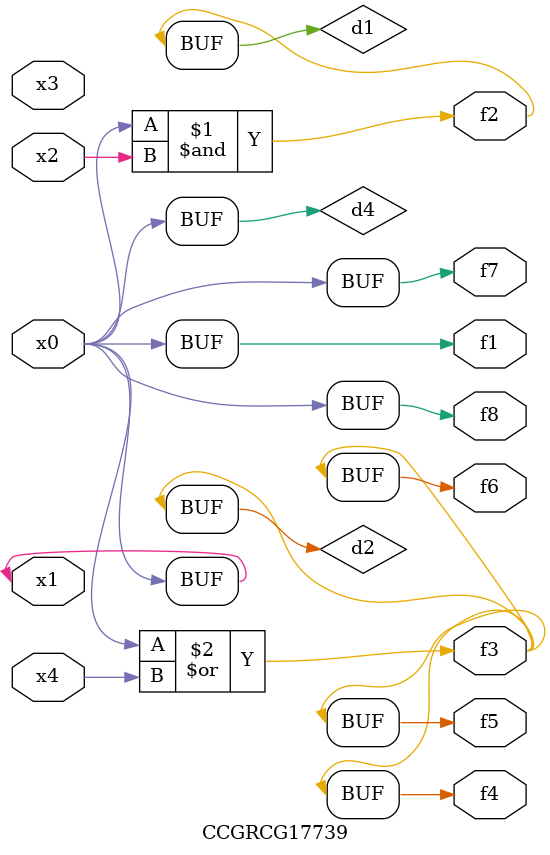
<source format=v>
module CCGRCG17739(
	input x0, x1, x2, x3, x4,
	output f1, f2, f3, f4, f5, f6, f7, f8
);

	wire d1, d2, d3, d4;

	and (d1, x0, x2);
	or (d2, x0, x4);
	nand (d3, x0, x2);
	buf (d4, x0, x1);
	assign f1 = d4;
	assign f2 = d1;
	assign f3 = d2;
	assign f4 = d2;
	assign f5 = d2;
	assign f6 = d2;
	assign f7 = d4;
	assign f8 = d4;
endmodule

</source>
